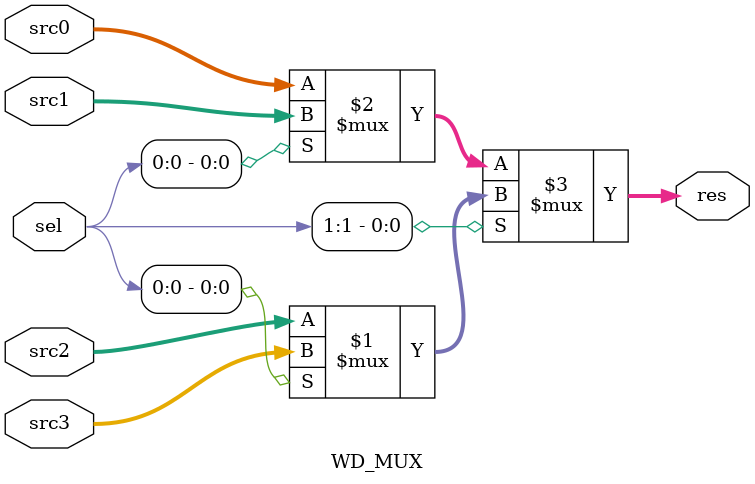
<source format=v>
module WD_MUX # (
    parameter               WIDTH                   = 32
)(
    input                   [WIDTH-1 : 0]           src0, src1, src2, src3,
    input                   [      1 : 0]           sel,

    output                  [WIDTH-1 : 0]           res
);

    assign res = sel[1] ? (sel[0] ? src3 : src2) : (sel[0] ? src1 : src0);

endmodule
</source>
